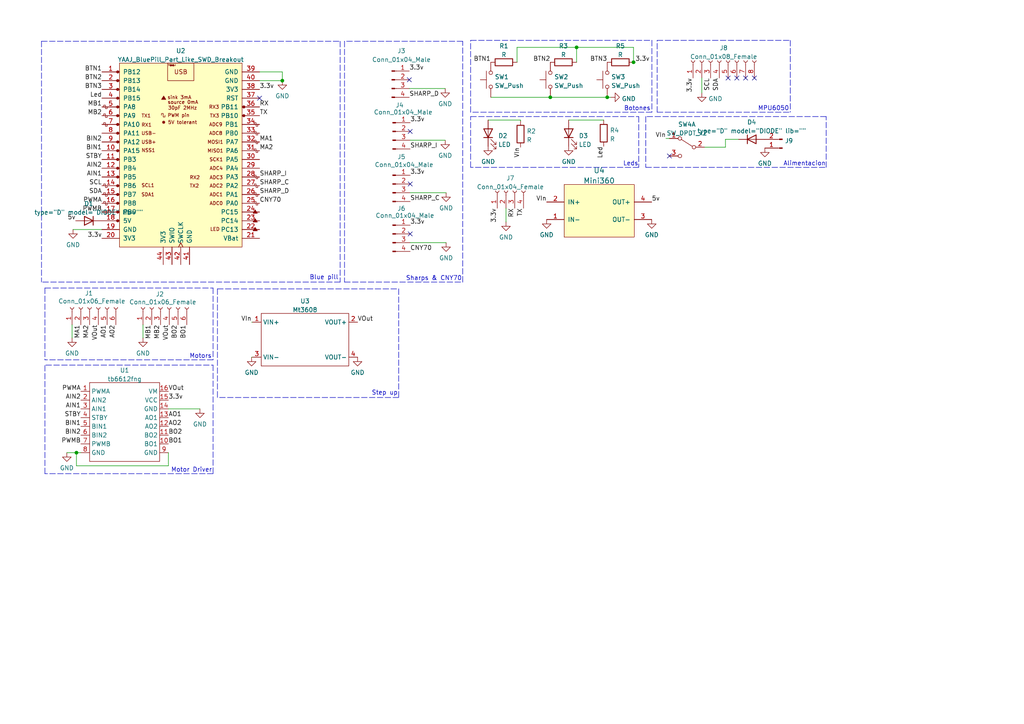
<source format=kicad_sch>
(kicad_sch (version 20211123) (generator eeschema)
  (paper "A4")
  (lib_symbols
    (symbol "Connector:Conn_01x02_Male" (pin_names (offset 1.016) hide)
      (property "Reference" "J" (at 0 2.54 0))
      (property "Value" "Conn_01x02_Male" (at 0 -5.08 0))
      (symbol "Conn_01x02_Male_1_1"
        (polyline (pts (xy 1.27 -2.54) (xy 0.8636 -2.54)) (stroke (width 0.1524)))
        (polyline (pts (xy 1.27 0) (xy 0.8636 0)) (stroke (width 0.1524)))
        (rectangle (start 0.8636 -2.413) (end 0 -2.667) (stroke (width 0.1524)) (fill (type outline)))
        (rectangle (start 0.8636 0.127) (end 0 -0.127) (stroke (width 0.1524)) (fill (type outline)))
        (pin passive line (at 5.08 0 180) (length 3.81) (name "Pin_1") (number "1"))
        (pin passive line (at 5.08 -2.54 180) (length 3.81) (name "Pin_2") (number "2"))
      )
    )
    (symbol "Connector:Conn_01x04_Female" (pin_names (offset 1.016) hide)
      (property "Reference" "J" (at 0 5.08 0))
      (property "Value" "Conn_01x04_Female" (at 0 -7.62 0))
      (symbol "Conn_01x04_Female_1_1"
        (arc (start 0 -4.572) (mid -0.508 -5.08) (end 0 -5.588) (stroke (width 0.1524)))
        (arc (start 0 -2.032) (mid -0.508 -2.54) (end 0 -3.048) (stroke (width 0.1524)))
        (polyline (pts (xy -1.27 -5.08) (xy -0.508 -5.08)) (stroke (width 0.1524)))
        (polyline (pts (xy -1.27 -2.54) (xy -0.508 -2.54)) (stroke (width 0.1524)))
        (polyline (pts (xy -1.27 0) (xy -0.508 0)) (stroke (width 0.1524)))
        (polyline (pts (xy -1.27 2.54) (xy -0.508 2.54)) (stroke (width 0.1524)))
        (arc (start 0 0.508) (mid -0.508 0) (end 0 -0.508) (stroke (width 0.1524)))
        (arc (start 0 3.048) (mid -0.508 2.54) (end 0 2.032) (stroke (width 0.1524)))
        (pin passive line (at -5.08 2.54 0) (length 3.81) (name "Pin_1") (number "1"))
        (pin passive line (at -5.08 0 0) (length 3.81) (name "Pin_2") (number "2"))
        (pin passive line (at -5.08 -2.54 0) (length 3.81) (name "Pin_3") (number "3"))
        (pin passive line (at -5.08 -5.08 0) (length 3.81) (name "Pin_4") (number "4"))
      )
    )
    (symbol "Connector:Conn_01x04_Male" (pin_names (offset 1.016) hide)
      (property "Reference" "J" (at 0 5.08 0))
      (property "Value" "Conn_01x04_Male" (at 0 -7.62 0))
      (symbol "Conn_01x04_Male_1_1"
        (polyline (pts (xy 1.27 -5.08) (xy 0.8636 -5.08)) (stroke (width 0.1524)))
        (polyline (pts (xy 1.27 -2.54) (xy 0.8636 -2.54)) (stroke (width 0.1524)))
        (polyline (pts (xy 1.27 0) (xy 0.8636 0)) (stroke (width 0.1524)))
        (polyline (pts (xy 1.27 2.54) (xy 0.8636 2.54)) (stroke (width 0.1524)))
        (rectangle (start 0.8636 -4.953) (end 0 -5.207) (stroke (width 0.1524)) (fill (type outline)))
        (rectangle (start 0.8636 -2.413) (end 0 -2.667) (stroke (width 0.1524)) (fill (type outline)))
        (rectangle (start 0.8636 0.127) (end 0 -0.127) (stroke (width 0.1524)) (fill (type outline)))
        (rectangle (start 0.8636 2.667) (end 0 2.413) (stroke (width 0.1524)) (fill (type outline)))
        (pin passive line (at 5.08 2.54 180) (length 3.81) (name "Pin_1") (number "1"))
        (pin passive line (at 5.08 0 180) (length 3.81) (name "Pin_2") (number "2"))
        (pin passive line (at 5.08 -2.54 180) (length 3.81) (name "Pin_3") (number "3"))
        (pin passive line (at 5.08 -5.08 180) (length 3.81) (name "Pin_4") (number "4"))
      )
    )
    (symbol "Connector:Conn_01x06_Female" (pin_names (offset 1.016) hide)
      (property "Reference" "J" (at 0 7.62 0))
      (property "Value" "Conn_01x06_Female" (at 0 -10.16 0))
      (symbol "Conn_01x06_Female_1_1"
        (arc (start 0 -7.112) (mid -0.508 -7.62) (end 0 -8.128) (stroke (width 0.1524)))
        (arc (start 0 -4.572) (mid -0.508 -5.08) (end 0 -5.588) (stroke (width 0.1524)))
        (arc (start 0 -2.032) (mid -0.508 -2.54) (end 0 -3.048) (stroke (width 0.1524)))
        (polyline (pts (xy -1.27 -7.62) (xy -0.508 -7.62)) (stroke (width 0.1524)))
        (polyline (pts (xy -1.27 -5.08) (xy -0.508 -5.08)) (stroke (width 0.1524)))
        (polyline (pts (xy -1.27 -2.54) (xy -0.508 -2.54)) (stroke (width 0.1524)))
        (polyline (pts (xy -1.27 0) (xy -0.508 0)) (stroke (width 0.1524)))
        (polyline (pts (xy -1.27 2.54) (xy -0.508 2.54)) (stroke (width 0.1524)))
        (polyline (pts (xy -1.27 5.08) (xy -0.508 5.08)) (stroke (width 0.1524)))
        (arc (start 0 0.508) (mid -0.508 0) (end 0 -0.508) (stroke (width 0.1524)))
        (arc (start 0 3.048) (mid -0.508 2.54) (end 0 2.032) (stroke (width 0.1524)))
        (arc (start 0 5.588) (mid -0.508 5.08) (end 0 4.572) (stroke (width 0.1524)))
        (pin passive line (at -5.08 5.08 0) (length 3.81) (name "Pin_1") (number "1"))
        (pin passive line (at -5.08 2.54 0) (length 3.81) (name "Pin_2") (number "2"))
        (pin passive line (at -5.08 0 0) (length 3.81) (name "Pin_3") (number "3"))
        (pin passive line (at -5.08 -2.54 0) (length 3.81) (name "Pin_4") (number "4"))
        (pin passive line (at -5.08 -5.08 0) (length 3.81) (name "Pin_5") (number "5"))
        (pin passive line (at -5.08 -7.62 0) (length 3.81) (name "Pin_6") (number "6"))
      )
    )
    (symbol "Connector:Conn_01x08_Female" (pin_names (offset 1.016) hide)
      (property "Reference" "J" (at 0 10.16 0))
      (property "Value" "Conn_01x08_Female" (at 0 -12.7 0))
      (symbol "Conn_01x08_Female_1_1"
        (arc (start 0 -9.652) (mid -0.508 -10.16) (end 0 -10.668) (stroke (width 0.1524)))
        (arc (start 0 -7.112) (mid -0.508 -7.62) (end 0 -8.128) (stroke (width 0.1524)))
        (arc (start 0 -4.572) (mid -0.508 -5.08) (end 0 -5.588) (stroke (width 0.1524)))
        (arc (start 0 -2.032) (mid -0.508 -2.54) (end 0 -3.048) (stroke (width 0.1524)))
        (polyline (pts (xy -1.27 -10.16) (xy -0.508 -10.16)) (stroke (width 0.1524)))
        (polyline (pts (xy -1.27 -7.62) (xy -0.508 -7.62)) (stroke (width 0.1524)))
        (polyline (pts (xy -1.27 -5.08) (xy -0.508 -5.08)) (stroke (width 0.1524)))
        (polyline (pts (xy -1.27 -2.54) (xy -0.508 -2.54)) (stroke (width 0.1524)))
        (polyline (pts (xy -1.27 0) (xy -0.508 0)) (stroke (width 0.1524)))
        (polyline (pts (xy -1.27 2.54) (xy -0.508 2.54)) (stroke (width 0.1524)))
        (polyline (pts (xy -1.27 5.08) (xy -0.508 5.08)) (stroke (width 0.1524)))
        (polyline (pts (xy -1.27 7.62) (xy -0.508 7.62)) (stroke (width 0.1524)))
        (arc (start 0 0.508) (mid -0.508 0) (end 0 -0.508) (stroke (width 0.1524)))
        (arc (start 0 3.048) (mid -0.508 2.54) (end 0 2.032) (stroke (width 0.1524)))
        (arc (start 0 5.588) (mid -0.508 5.08) (end 0 4.572) (stroke (width 0.1524)))
        (arc (start 0 8.128) (mid -0.508 7.62) (end 0 7.112) (stroke (width 0.1524)))
        (pin passive line (at -5.08 7.62 0) (length 3.81) (name "Pin_1") (number "1"))
        (pin passive line (at -5.08 5.08 0) (length 3.81) (name "Pin_2") (number "2"))
        (pin passive line (at -5.08 2.54 0) (length 3.81) (name "Pin_3") (number "3"))
        (pin passive line (at -5.08 0 0) (length 3.81) (name "Pin_4") (number "4"))
        (pin passive line (at -5.08 -2.54 0) (length 3.81) (name "Pin_5") (number "5"))
        (pin passive line (at -5.08 -5.08 0) (length 3.81) (name "Pin_6") (number "6"))
        (pin passive line (at -5.08 -7.62 0) (length 3.81) (name "Pin_7") (number "7"))
        (pin passive line (at -5.08 -10.16 0) (length 3.81) (name "Pin_8") (number "8"))
      )
    )
    (symbol "Device:LED" (pin_numbers hide) (pin_names (offset 1.016) hide)
      (property "Reference" "D" (at 0 2.54 0))
      (property "Value" "LED" (at 0 -2.54 0))
      (symbol "LED_0_1"
        (polyline (pts (xy -1.27 -1.27) (xy -1.27 1.27)) (stroke (width 0.254)))
        (polyline (pts (xy -1.27 0) (xy 1.27 0)))
        (polyline (pts (xy 1.27 -1.27) (xy 1.27 1.27) (xy -1.27 0) (xy 1.27 -1.27)) (stroke (width 0.254)))
        (polyline (pts (xy -3.048 -0.762) (xy -4.572 -2.286) (xy -3.81 -2.286) (xy -4.572 -2.286) (xy -4.572 -1.524)))
        (polyline (pts (xy -1.778 -0.762) (xy -3.302 -2.286) (xy -2.54 -2.286) (xy -3.302 -2.286) (xy -3.302 -1.524)))
      )
      (symbol "LED_1_1"
        (pin passive line (at -3.81 0 0) (length 2.54) (name "K") (number "1"))
        (pin passive line (at 3.81 0 180) (length 2.54) (name "A") (number "2"))
      )
    )
    (symbol "Device:R" (pin_numbers hide) (pin_names (offset 0))
      (property "Reference" "R" (at 2.032 0 90))
      (property "Value" "R" (at 0 0 90))
      (symbol "R_0_1"
        (rectangle (start -1.016 -2.54) (end 1.016 2.54) (stroke (width 0.254)))
      )
      (symbol "R_1_1"
        (pin passive line (at 0 3.81 270) (length 1.27) (name "~") (number "1"))
        (pin passive line (at 0 -3.81 90) (length 1.27) (name "~") (number "2"))
      )
    )
    (symbol "Simulation_SPICE:DIODE" (pin_numbers hide) (pin_names (offset 1.016) hide)
      (property "Reference" "D" (at 0 2.54 0))
      (property "Value" "DIODE" (at 0 -2.54 0))
      (symbol "DIODE_0_1"
        (polyline (pts (xy 1.27 0) (xy -1.27 0)))
        (polyline (pts (xy 1.27 1.27) (xy 1.27 -1.27)) (stroke (width 0.254)))
        (polyline (pts (xy -1.27 -1.27) (xy -1.27 1.27) (xy 1.27 0) (xy -1.27 -1.27)) (stroke (width 0.254)))
      )
      (symbol "DIODE_1_1"
        (pin passive line (at -3.81 0 0) (length 2.54) (name "A") (number "1"))
        (pin passive line (at 3.81 0 180) (length 2.54) (name "K") (number "2"))
      )
    )
    (symbol "Switch:SW_DPDT_x2" (pin_names (offset 0) hide)
      (property "Reference" "SW" (at 0 4.318 0))
      (property "Value" "SW_DPDT_x2" (at 0 -5.08 0))
      (symbol "SW_DPDT_x2_0_0"
        (circle (center -2.032 0) (radius 0.508))
        (circle (center 2.032 -2.54) (radius 0.508))
      )
      (symbol "SW_DPDT_x2_0_1"
        (polyline (pts (xy -1.524 0.254) (xy 1.651 2.286)))
        (circle (center 2.032 2.54) (radius 0.508))
      )
      (symbol "SW_DPDT_x2_1_1"
        (pin passive line (at 5.08 2.54 180) (length 2.54) (name "A") (number "1"))
        (pin passive line (at -5.08 0 0) (length 2.54) (name "B") (number "2"))
        (pin passive line (at 5.08 -2.54 180) (length 2.54) (name "C") (number "3"))
      )
      (symbol "SW_DPDT_x2_2_1"
        (pin passive line (at 5.08 2.54 180) (length 2.54) (name "A") (number "4"))
        (pin passive line (at -5.08 0 0) (length 2.54) (name "B") (number "5"))
        (pin passive line (at 5.08 -2.54 180) (length 2.54) (name "C") (number "6"))
      )
    )
    (symbol "Switch:SW_Push" (pin_numbers hide) (pin_names (offset 1.016) hide)
      (property "Reference" "SW" (at 1.27 2.54 0))
      (property "Value" "SW_Push" (at 0 -1.524 0))
      (symbol "SW_Push_0_1"
        (circle (center -2.032 0) (radius 0.508))
        (polyline (pts (xy 0 1.27) (xy 0 3.048)))
        (polyline (pts (xy 2.54 1.27) (xy -2.54 1.27)))
        (circle (center 2.032 0) (radius 0.508))
        (pin passive line (at -5.08 0 0) (length 2.54) (name "1") (number "1"))
        (pin passive line (at 5.08 0 180) (length 2.54) (name "2") (number "2"))
      )
    )
    (symbol "YAAJ_BluePill_Part_Like_SWD_Breakout:YAAJ_BluePill_Part_Like_SWD_Breakout" (pin_names (offset 1.016))
      (property "Reference" "U" (at -15.24 27.94 0))
      (property "Value" "YAAJ_BluePill_Part_Like_SWD_Breakout" (at 20.32 27.94 0))
      (symbol "YAAJ_BluePill_Part_Like_SWD_Breakout_0_0"
        (circle (center -18.288 -20.32) (radius 0.3556) (fill (type outline)))
        (circle (center -18.288 -17.78) (radius 0.3556) (fill (type outline)))
        (circle (center -18.288 -15.24) (radius 0.3556) (fill (type outline)))
        (circle (center -18.288 -12.7) (radius 0.3556) (fill (type outline)))
        (circle (center -18.288 -10.16) (radius 0.3556) (fill (type outline)))
        (circle (center -18.288 -7.62) (radius 0.3556) (fill (type outline)))
        (circle (center -18.288 -5.08) (radius 0.3556) (fill (type outline)))
        (circle (center -18.288 -2.54) (radius 0.3556) (fill (type outline)))
        (circle (center -18.288 0) (radius 0.3556) (fill (type outline)))
        (circle (center -18.288 2.54) (radius 0.3556) (fill (type outline)))
        (circle (center -18.288 5.08) (radius 0.3556) (fill (type outline)))
        (circle (center -18.288 7.62) (radius 0.3556) (fill (type outline)))
        (circle (center -18.288 10.16) (radius 0.3556) (fill (type outline)))
        (circle (center -18.288 12.7) (radius 0.3556) (fill (type outline)))
        (circle (center -18.288 15.24) (radius 0.3556) (fill (type outline)))
        (circle (center -18.288 17.78) (radius 0.3556) (fill (type outline)))
        (circle (center -18.288 22.86) (radius 0.3556) (fill (type outline)))
        (circle (center -4.953 8.255) (radius 0.127) (fill (type outline)))
        (circle (center -4.953 8.255) (radius 0.254))
        (circle (center -4.953 8.255) (radius 0.3556))
        (polyline (pts (xy -5.588 14.859) (xy -4.953 15.875) (xy -4.318 14.859) (xy -5.588 14.859) (xy -4.953 15.748) (xy -4.445 14.859) (xy -5.461 14.986) (xy -4.953 15.621) (xy -4.572 14.859) (xy -5.334 15.113) (xy -4.826 15.494) (xy -4.699 14.859) (xy -5.207 15.24) (xy -4.699 15.367) (xy -4.826 14.986) (xy -5.08 15.24) (xy -4.826 15.113) (xy -4.953 15.367)))
        (polyline (pts (xy 20.955 -23.241) (xy 21.59 -22.225) (xy 22.225 -23.241) (xy 20.955 -23.241) (xy 21.59 -22.352) (xy 22.098 -23.241) (xy 21.082 -23.114) (xy 21.59 -22.479) (xy 21.971 -23.241) (xy 21.209 -22.987) (xy 21.717 -22.606) (xy 21.844 -23.241) (xy 21.336 -22.86) (xy 21.844 -22.733) (xy 21.717 -23.114) (xy 21.463 -22.86) (xy 21.717 -22.987) (xy 21.59 -22.733)))
        (polyline (pts (xy 20.955 -20.701) (xy 21.59 -19.685) (xy 22.225 -20.701) (xy 20.955 -20.701) (xy 21.59 -19.812) (xy 22.098 -20.701) (xy 21.082 -20.574) (xy 21.59 -19.939) (xy 21.971 -20.701) (xy 21.209 -20.447) (xy 21.717 -20.066) (xy 21.844 -20.701) (xy 21.336 -20.32) (xy 21.844 -20.193) (xy 21.717 -20.574) (xy 21.463 -20.32) (xy 21.717 -20.447) (xy 21.59 -20.193)))
        (polyline (pts (xy 20.955 -18.161) (xy 21.59 -17.145) (xy 22.225 -18.161) (xy 20.955 -18.161) (xy 21.59 -17.272) (xy 22.098 -18.161) (xy 21.082 -18.034) (xy 21.59 -17.399) (xy 21.971 -18.161) (xy 21.209 -17.907) (xy 21.717 -17.526) (xy 21.844 -18.161) (xy 21.336 -17.78) (xy 21.844 -17.653) (xy 21.717 -18.034) (xy 21.463 -17.78) (xy 21.717 -17.907) (xy 21.59 -17.653)))
        (circle (center 18.288 10.16) (radius 0.254) (fill (type outline)))
        (circle (center 18.288 10.16) (radius 0.3556))
        (circle (center 18.288 12.7) (radius 0.254) (fill (type outline)))
        (circle (center 18.288 12.7) (radius 0.3556))
        (text "30pF 2MHz" (at 0.508 12.446 0) (effects (font (size 0.9906 0.9906))))
        (text "5V tolerant" (at 0.508 8.255 0) (effects (font (size 0.9906 0.9906))))
        (text "ADC0" (at 10.287 -15.24 0) (effects (font (size 0.9906 0.9906))))
        (text "ADC1" (at 10.287 -12.7 0) (effects (font (size 0.9906 0.9906))))
        (text "ADC2" (at 10.287 -10.16 0) (effects (font (size 0.9906 0.9906))))
        (text "ADC3" (at 10.287 -7.747 0) (effects (font (size 0.9906 0.9906))))
        (text "ADC4" (at 10.287 -5.08 0) (effects (font (size 0.9906 0.9906))))
        (text "ADC8" (at 10.16 5.08 0) (effects (font (size 0.9906 0.9906))))
        (text "ADC9" (at 10.16 7.62 0) (effects (font (size 0.9906 0.9906))))
        (text "LED" (at 9.906 -22.733 0) (effects (font (size 0.9906 0.9906))))
        (text "MISO1" (at 10.033 0 0) (effects (font (size 0.9906 0.9906))))
        (text "MOSI1" (at 10.033 2.54 0) (effects (font (size 0.9906 0.9906))))
        (text "NSS1" (at -9.398 0.127 0) (effects (font (size 0.9906 0.9906))))
        (text "PWM pin" (at -0.635 10.287 0) (effects (font (size 0.9906 0.9906))))
        (text "RX1" (at -9.906 7.493 0) (effects (font (size 0.9906 0.9906))))
        (text "RX2" (at 4.064 -7.747 0) (effects (font (size 0.9906 0.9906))))
        (text "RX3" (at 9.652 12.7 0) (effects (font (size 0.9906 0.9906))))
        (text "SCK1" (at 10.287 -2.54 0) (effects (font (size 0.9906 0.9906))))
        (text "SCL1" (at -9.525 -10.033 0) (effects (font (size 0.9906 0.9906))))
        (text "SDA1" (at -9.525 -12.7 0) (effects (font (size 0.9906 0.9906))))
        (text "sink 3mA" (at -0.381 15.494 0) (effects (font (size 0.9906 0.9906))))
        (text "source 0mA" (at 0.635 14.097 0) (effects (font (size 0.9906 0.9906))))
        (text "TX1" (at -10.033 10.16 0) (effects (font (size 0.9906 0.9906))))
        (text "TX2" (at 3.937 -10.16 0) (effects (font (size 0.9906 0.9906))))
        (text "TX3" (at 9.779 10.16 0) (effects (font (size 0.9906 0.9906))))
        (text "USB" (at 0 22.86 0) (effects (font (size 1.27 1.27))))
        (text "USB+" (at -9.271 2.54 0) (effects (font (size 0.9906 0.9906))))
        (text "USB-" (at -9.271 5.08 0) (effects (font (size 0.9906 0.9906))))
        (text "Y@@J" (at -2.5654 24.8412 0) (effects (font (size 0.508 0.508))))
      )
      (symbol "YAAJ_BluePill_Part_Like_SWD_Breakout_0_1"
        (rectangle (start -17.78 25.4) (end 17.78 -27.94) (fill (type background)))
        (polyline (pts (xy -21.336 -17.78) (xy -21.336 -18.288) (xy -21.844 -18.288) (xy -21.844 -17.272) (xy -22.352 -17.272) (xy -22.352 -17.78)))
        (polyline (pts (xy -21.336 -15.24) (xy -21.336 -15.748) (xy -21.844 -15.748) (xy -21.844 -14.732) (xy -22.352 -14.732) (xy -22.352 -15.24)))
        (polyline (pts (xy -21.336 -12.7) (xy -21.336 -13.208) (xy -21.844 -13.208) (xy -21.844 -12.192) (xy -22.352 -12.192) (xy -22.352 -12.7)))
        (polyline (pts (xy -21.336 -10.16) (xy -21.336 -10.668) (xy -21.844 -10.668) (xy -21.844 -9.652) (xy -22.352 -9.652) (xy -22.352 -10.16)))
        (polyline (pts (xy -21.336 7.62) (xy -21.336 7.112) (xy -21.844 7.112) (xy -21.844 8.128) (xy -22.352 8.128) (xy -22.352 7.62)))
        (polyline (pts (xy -21.336 10.16) (xy -21.336 9.652) (xy -21.844 9.652) (xy -21.844 10.668) (xy -22.352 10.668) (xy -22.352 10.16)))
        (polyline (pts (xy -21.336 12.7) (xy -21.336 12.192) (xy -21.844 12.192) (xy -21.844 13.208) (xy -22.352 13.208) (xy -22.352 12.7)))
        (polyline (pts (xy -4.572 10.287) (xy -4.572 9.779) (xy -5.08 9.779) (xy -5.08 10.795) (xy -5.588 10.795) (xy -5.588 10.287)))
        (polyline (pts (xy 22.352 -15.24) (xy 22.352 -15.748) (xy 21.844 -15.748) (xy 21.844 -14.732) (xy 21.336 -14.732) (xy 21.336 -15.24)))
        (polyline (pts (xy 22.352 -12.7) (xy 22.352 -13.208) (xy 21.844 -13.208) (xy 21.844 -12.192) (xy 21.336 -12.192) (xy 21.336 -12.7)))
        (polyline (pts (xy 22.352 -10.16) (xy 22.352 -10.668) (xy 21.844 -10.668) (xy 21.844 -9.652) (xy 21.336 -9.652) (xy 21.336 -10.16)))
        (polyline (pts (xy 22.352 -7.62) (xy 22.352 -8.128) (xy 21.844 -8.128) (xy 21.844 -7.112) (xy 21.336 -7.112) (xy 21.336 -7.62)))
        (polyline (pts (xy 22.352 0) (xy 22.352 -0.508) (xy 21.844 -0.508) (xy 21.844 0.508) (xy 21.336 0.508) (xy 21.336 0)))
        (polyline (pts (xy 22.352 2.54) (xy 22.352 2.032) (xy 21.844 2.032) (xy 21.844 3.048) (xy 21.336 3.048) (xy 21.336 2.54)))
        (polyline (pts (xy 22.352 5.08) (xy 22.352 4.572) (xy 21.844 4.572) (xy 21.844 5.588) (xy 21.336 5.588) (xy 21.336 5.08)))
        (polyline (pts (xy 22.352 7.62) (xy 22.352 7.112) (xy 21.844 7.112) (xy 21.844 8.128) (xy 21.336 8.128) (xy 21.336 7.62)))
        (rectangle (start 3.81 25.4) (end -3.81 20.32))
      )
      (symbol "YAAJ_BluePill_Part_Like_SWD_Breakout_1_1"
        (circle (center -18.288 20.32) (radius 0.3556) (fill (type outline)))
        (pin bidirectional line (at -22.86 22.86 0) (length 5.08) (name "PB12") (number "1"))
        (pin bidirectional line (at -22.86 0 0) (length 5.08) (name "PA15") (number "10"))
        (pin bidirectional line (at -22.86 -2.54 0) (length 5.08) (name "PB3") (number "11"))
        (pin bidirectional line (at -22.86 -5.08 0) (length 5.08) (name "PB4") (number "12"))
        (pin bidirectional line (at -22.86 -7.62 0) (length 5.08) (name "PB5") (number "13"))
        (pin bidirectional line (at -22.86 -10.16 0) (length 5.08) (name "PB6") (number "14"))
        (pin bidirectional line (at -22.86 -12.7 0) (length 5.08) (name "PB7") (number "15"))
        (pin bidirectional line (at -22.86 -15.24 0) (length 5.08) (name "PB8") (number "16"))
        (pin bidirectional line (at -22.86 -17.78 0) (length 5.08) (name "PB9") (number "17"))
        (pin power_in line (at -22.86 -20.32 0) (length 5.08) (name "5V") (number "18"))
        (pin power_in line (at -22.86 -22.86 0) (length 5.08) (name "GND") (number "19"))
        (pin bidirectional line (at -22.86 20.32 0) (length 5.08) (name "PB13") (number "2"))
        (pin power_in line (at -22.86 -25.4 0) (length 5.08) (name "3V3") (number "20"))
        (pin power_in line (at 22.86 -25.4 180) (length 5.08) (name "VBat") (number "21"))
        (pin bidirectional line (at 22.86 -22.86 180) (length 5.08) (name "PC13") (number "22"))
        (pin bidirectional line (at 22.86 -20.32 180) (length 5.08) (name "PC14") (number "23"))
        (pin bidirectional line (at 22.86 -17.78 180) (length 5.08) (name "PC15") (number "24"))
        (pin bidirectional line (at 22.86 -15.24 180) (length 5.08) (name "PA0") (number "25"))
        (pin bidirectional line (at 22.86 -12.7 180) (length 5.08) (name "PA1") (number "26"))
        (pin bidirectional line (at 22.86 -10.16 180) (length 5.08) (name "PA2") (number "27"))
        (pin bidirectional line (at 22.86 -7.62 180) (length 5.08) (name "PA3") (number "28"))
        (pin bidirectional line (at 22.86 -5.08 180) (length 5.08) (name "PA4") (number "29"))
        (pin bidirectional line (at -22.86 17.78 0) (length 5.08) (name "PB14") (number "3"))
        (pin bidirectional line (at 22.86 -2.54 180) (length 5.08) (name "PA5") (number "30"))
        (pin bidirectional line (at 22.86 0 180) (length 5.08) (name "PA6") (number "31"))
        (pin bidirectional line (at 22.86 2.54 180) (length 5.08) (name "PA7") (number "32"))
        (pin bidirectional line (at 22.86 5.08 180) (length 5.08) (name "PB0") (number "33"))
        (pin bidirectional line (at 22.86 7.62 180) (length 5.08) (name "PB1") (number "34"))
        (pin bidirectional line (at 22.86 10.16 180) (length 5.08) (name "PB10") (number "35"))
        (pin bidirectional line (at 22.86 12.7 180) (length 5.08) (name "PB11") (number "36"))
        (pin input line (at 22.86 15.24 180) (length 5.08) (name "RST") (number "37"))
        (pin power_in line (at 22.86 17.78 180) (length 5.08) (name "3V3") (number "38"))
        (pin power_in line (at 22.86 22.86 180) (length 5.08) (name "GND") (number "39"))
        (pin bidirectional line (at -22.86 15.24 0) (length 5.08) (name "PB15") (number "4"))
        (pin power_in line (at 22.86 20.32 180) (length 5.08) (name "GND") (number "40"))
        (pin power_in line (at 2.54 -33.02 90) (length 5.08) (name "GND") (number "41"))
        (pin bidirectional clock (at 0 -33.02 90) (length 5.08) (name "SWCLK") (number "42"))
        (pin bidirectional line (at -2.54 -33.02 90) (length 5.08) (name "SWIO") (number "43"))
        (pin power_in line (at -5.08 -33.02 90) (length 5.08) (name "3V3") (number "44"))
        (pin bidirectional line (at -22.86 12.7 0) (length 5.08) (name "PA8") (number "5"))
        (pin bidirectional line (at -22.86 10.16 0) (length 5.08) (name "PA9") (number "6"))
        (pin bidirectional line (at -22.86 7.62 0) (length 5.08) (name "PA10") (number "7"))
        (pin bidirectional line (at -22.86 5.08 0) (length 5.08) (name "PA11") (number "8"))
        (pin bidirectional line (at -22.86 2.54 0) (length 5.08) (name "PA12") (number "9"))
      )
    )
    (symbol "mini360:Mini360" (pin_names (offset 1.016))
      (property "Reference" "U" (at 0 -5.08 0))
      (property "Value" "Mini360" (at 0 5.08 0))
      (symbol "Mini360_0_1"
        (rectangle (start -10.16 7.62) (end 10.16 -7.62) (fill (type background)))
      )
      (symbol "Mini360_1_1"
        (pin power_in line (at -15.24 -2.54 0) (length 5.08) (name "IN-") (number "1"))
        (pin power_in line (at -15.24 2.54 0) (length 5.08) (name "IN+") (number "2"))
        (pin power_out line (at 15.24 -2.54 180) (length 5.08) (name "OUT-") (number "3"))
        (pin power_out line (at 15.24 2.54 180) (length 5.08) (name "OUT+") (number "4"))
      )
    )
    (symbol "power:GND" (power) (pin_names (offset 0))
      (property "Value" "GND" (at 0 -3.81 0))
      (symbol "GND_0_1"
        (polyline (pts (xy 0 0) (xy 0 -1.27) (xy 1.27 -1.27) (xy 0 -2.54) (xy -1.27 -1.27) (xy 0 -1.27)))
      )
      (symbol "GND_1_1"
        (pin power_in line (at 0 0 270) (length 0) hide (name "GND") (number "1"))
      )
    )
    (symbol "propios:Mt3608"
      (property "Reference" "U" (at 0 0 0))
      (property "Value" "Mt3608" (at 0 0 0))
      (symbol "Mt3608_0_1"
        (rectangle (start -12.7 -2.54) (end 12.7 -17.78))
      )
      (symbol "Mt3608_1_1"
        (pin input line (at -15.24 -5.08 0) (length 2.54) (name "VIN+") (number "1"))
        (pin input line (at 15.24 -5.08 180) (length 2.54) (name "VOUT+") (number "2"))
        (pin input line (at -15.24 -15.24 0) (length 2.54) (name "VIN-") (number "3"))
        (pin input line (at 15.24 -15.24 180) (length 2.54) (name "VOUT-") (number "4"))
      )
    )
    (symbol "propios:tb6612fng"
      (property "Reference" "U" (at 0 0 0))
      (property "Value" "tb6612fng" (at 0 0 0))
      (symbol "tb6612fng_0_1"
        (rectangle (start -10.16 -2.54) (end 10.16 -25.4))
      )
      (symbol "tb6612fng_1_1"
        (pin input line (at -12.7 -5.08 0) (length 2.54) (name "PWMA") (number "1"))
        (pin input line (at 12.7 -20.32 180) (length 2.54) (name "BO1") (number "10"))
        (pin input line (at 12.7 -17.78 180) (length 2.54) (name "BO2") (number "11"))
        (pin input line (at 12.7 -15.24 180) (length 2.54) (name "AO2") (number "12"))
        (pin input line (at 12.7 -12.7 180) (length 2.54) (name "AO1") (number "13"))
        (pin input line (at 12.7 -10.16 180) (length 2.54) (name "GND") (number "14"))
        (pin input line (at 12.7 -7.62 180) (length 2.54) (name "VCC") (number "15"))
        (pin input line (at 12.7 -5.08 180) (length 2.54) (name "VM") (number "16"))
        (pin input line (at -12.7 -7.62 0) (length 2.54) (name "AIN2") (number "2"))
        (pin input line (at -12.7 -10.16 0) (length 2.54) (name "AIN1") (number "3"))
        (pin input line (at -12.7 -12.7 0) (length 2.54) (name "STBY") (number "4"))
        (pin input line (at -12.7 -15.24 0) (length 2.54) (name "BIN1") (number "5"))
        (pin input line (at -12.7 -17.78 0) (length 2.54) (name "BIN2") (number "6"))
        (pin input line (at -12.7 -20.32 0) (length 2.54) (name "PWMB") (number "7"))
        (pin input line (at -12.7 -22.86 0) (length 2.54) (name "GND") (number "8"))
        (pin input line (at 12.7 -22.86 180) (length 2.54) (name "GND") (number "9"))
      )
    )
  )
  (junction (at 159.6136 28.2194))
  (junction (at 22.1742 131.2926))
  (junction (at 176.1236 28.2194))
  (junction (at 167.2336 13.7414))
  (junction (at 81.8896 23.3934))
  (junction (at 183.7436 18.0594))
  (no_connect (at 213.7156 22.6314))
  (no_connect (at 211.1756 22.6314))
  (no_connect (at 118.7196 23.1394))
  (no_connect (at 75.2856 28.4734))
  (no_connect (at 118.9736 53.3654))
  (no_connect (at 216.2556 22.6314))
  (no_connect (at 218.7956 22.6314))
  (no_connect (at 118.9736 67.8434))
  (no_connect (at 118.9736 38.1254))
  (no_connect (at 194.1576 45.2374))
  (wire (pts (xy 75.2856 20.8534) (xy 81.8896 20.8534)))
  (wire (pts (xy 41.4782 98.0186) (xy 41.4782 94.2086)))
  (wire (pts (xy 150.9776 34.8234) (xy 150.9776 35.0774)))
  (wire (pts (xy 193.1416 40.1574) (xy 194.1576 40.1574)))
  (polyline (pts (xy 61.7982 105.8926) (xy 61.7982 137.3886)))
  (wire (pts (xy 129.3876 55.9054) (xy 118.9736 55.9054)))
  (polyline (pts (xy 189.0776 32.5374) (xy 136.4996 32.5374)))
  (polyline (pts (xy 115.6462 115.2906) (xy 63.0682 115.2906)))
  (polyline (pts (xy 13.0302 137.3886) (xy 13.0302 105.8926)))
  (polyline (pts (xy 187.2996 33.8074) (xy 187.2996 33.8074)))
  (polyline (pts (xy 136.4996 48.5394) (xy 136.4996 33.8074)))
  (polyline (pts (xy 13.0302 83.5406) (xy 61.7982 83.5406)))
  (polyline (pts (xy 63.0682 83.7946) (xy 115.6462 83.7946)))
  (polyline (pts (xy 12.0396 11.9634) (xy 98.6536 11.9634)))
  (polyline (pts (xy 99.9236 11.9634) (xy 99.9236 81.8134)))
  (wire (pts (xy 22.1742 135.1026) (xy 22.1742 131.2926)))
  (wire (pts (xy 20.9042 98.0186) (xy 20.9042 94.2086)))
  (polyline (pts (xy 190.6016 32.5374) (xy 190.6016 11.7094)))
  (polyline (pts (xy 13.2842 105.8926) (xy 61.7982 105.8926)))
  (wire (pts (xy 184.2516 18.0594) (xy 183.7436 18.0594)))
  (wire (pts (xy 167.2336 13.7414) (xy 183.7436 13.7414)))
  (wire (pts (xy 129.1336 40.6654) (xy 118.9736 40.6654)))
  (polyline (pts (xy 229.2096 11.7094) (xy 229.2096 32.5374)))
  (polyline (pts (xy 99.9236 81.8134) (xy 134.2136 81.8134)))
  (wire (pts (xy 176.1236 28.2194) (xy 177.1396 28.2194)))
  (wire (pts (xy 210.4136 42.6974) (xy 204.3176 42.6974)))
  (polyline (pts (xy 187.2996 33.8074) (xy 187.2996 48.5394)))
  (polyline (pts (xy 98.6536 11.9634) (xy 98.6536 81.8134)))
  (wire (pts (xy 210.4136 40.4114) (xy 210.4136 42.6974)))
  (wire (pts (xy 48.8442 135.1026) (xy 22.1742 135.1026)))
  (wire (pts (xy 214.2236 40.4114) (xy 210.4136 40.4114)))
  (polyline (pts (xy 190.6016 32.5374) (xy 229.2096 32.5374)))
  (wire (pts (xy 72.9742 103.6066) (xy 73.2282 103.6066)))
  (polyline (pts (xy 134.2136 81.8134) (xy 134.2136 11.9634)))
  (wire (pts (xy 146.7612 64.3636) (xy 146.7612 60.4012)))
  (polyline (pts (xy 61.7982 104.3686) (xy 13.0302 104.3686)))
  (wire (pts (xy 159.6136 28.2194) (xy 176.1236 28.2194)))
  (polyline (pts (xy 61.7982 137.3886) (xy 13.0302 137.3886)))
  (polyline (pts (xy 185.2676 48.5394) (xy 136.4996 48.5394)))
  (polyline (pts (xy 187.2996 48.5394) (xy 239.6236 48.5394)))
  (polyline (pts (xy 189.0776 11.7094) (xy 189.0776 32.5374)))
  (wire (pts (xy 57.9882 118.5926) (xy 48.8442 118.5926)))
  (wire (pts (xy 149.9616 13.7414) (xy 167.2336 13.7414)))
  (polyline (pts (xy 98.6536 81.8134) (xy 12.0396 81.8134)))
  (polyline (pts (xy 115.6462 83.7946) (xy 115.6462 115.2906)))
  (wire (pts (xy 22.1742 131.2926) (xy 23.4442 131.2926)))
  (wire (pts (xy 75.2856 23.3934) (xy 81.8896 23.3934)))
  (wire (pts (xy 72.9742 93.4466) (xy 73.2282 93.4466)))
  (polyline (pts (xy 136.4996 32.5374) (xy 136.4996 11.7094)))
  (polyline (pts (xy 136.4996 11.7094) (xy 189.0776 11.7094)))
  (polyline (pts (xy 239.6236 48.5394) (xy 239.6236 33.8074)))
  (wire (pts (xy 129.3876 70.3834) (xy 118.9736 70.3834)))
  (wire (pts (xy 29.5656 66.5734) (xy 21.1836 66.5734)))
  (wire (pts (xy 149.9616 18.0594) (xy 149.9616 13.7414)))
  (wire (pts (xy 167.2336 18.0594) (xy 167.2336 13.7414)))
  (wire (pts (xy 48.8442 131.2926) (xy 48.8442 135.1026)))
  (wire (pts (xy 129.1336 25.6794) (xy 118.7196 25.6794)))
  (wire (pts (xy 142.3416 28.2194) (xy 159.6136 28.2194)))
  (wire (pts (xy 183.7436 13.7414) (xy 183.7436 18.0594)))
  (polyline (pts (xy 239.6236 33.8074) (xy 187.2996 33.8074)))
  (polyline (pts (xy 185.2676 33.8074) (xy 185.2676 48.5394)))
  (wire (pts (xy 164.9476 34.8234) (xy 175.1076 34.8234)))
  (polyline (pts (xy 63.0682 83.7946) (xy 63.0682 115.2906)))
  (wire (pts (xy 81.8896 20.8534) (xy 81.8896 23.3934)))
  (polyline (pts (xy 190.6016 11.7094) (xy 229.2096 11.7094)))
  (wire (pts (xy 203.5556 26.9494) (xy 203.5556 22.6314)))
  (polyline (pts (xy 61.7982 83.5406) (xy 61.7982 104.3686)))
  (polyline (pts (xy 134.2136 11.9634) (xy 99.9236 11.9634)))
  (polyline (pts (xy 13.0302 83.5406) (xy 13.0302 104.3686)))
  (wire (pts (xy 19.3802 131.2926) (xy 22.1742 131.2926)))
  (polyline (pts (xy 136.4996 33.8074) (xy 185.2676 33.8074)))
  (wire (pts (xy 141.5796 34.8234) (xy 150.9776 34.8234)))
  (polyline (pts (xy 12.0396 11.9634) (xy 12.0396 81.8134)))
  (text "Botones\n" (at 180.9496 32.2834 0) (effects (font (size 1.27 1.27)) (justify left bottom)))
  (text "Leds" (at 180.6956 48.2854 0) (effects (font (size 1.27 1.27)) (justify left bottom)))
  (text "Motors\n" (at 54.9402 104.1146 0) (effects (font (size 1.27 1.27)) (justify left bottom)))
  (text "Sharps & CNY70" (at 117.7036 81.5594 0) (effects (font (size 1.27 1.27)) (justify left bottom)))
  (text "Blue pill\n" (at 89.7636 81.3054 0) (effects (font (size 1.27 1.27)) (justify left bottom)))
  (text "Step up\n" (at 107.7722 114.7826 0) (effects (font (size 1.27 1.27)) (justify left bottom)))
  (text "Motor Driver\n" (at 49.6062 137.1346 0) (effects (font (size 1.27 1.27)) (justify left bottom)))
  (text "Alimentacion\n" (at 227.1776 48.2854 0) (effects (font (size 1.27 1.27)) (justify left bottom)))
  (text "MPU6050\n" (at 219.8116 32.2834 0) (effects (font (size 1.27 1.27)) (justify left bottom)))
  (label "BIN1" (at 23.4442 123.6726 180))
  (label "MA1" (at 75.2856 41.1734 0))
  (label "BTN2" (at 29.5656 23.3934 180))
  (label "MB2" (at 46.5582 94.2086 270))
  (label "PWMB" (at 29.5656 61.4934 180))
  (label "BTN2" (at 159.6136 18.0594 180))
  (label "TX" (at 151.8412 60.4012 270))
  (label "PWMA" (at 29.5656 58.9534 180))
  (label "BO2" (at 51.6382 94.2086 270))
  (label "3.3v" (at 118.7196 20.5994 0))
  (label "5v" (at 21.9456 64.0334 180))
  (label "AO1" (at 31.0642 94.2086 270))
  (label "PWMA" (at 23.4442 113.5126 180))
  (label "STBY" (at 29.5656 46.2534 180))
  (label "3.3v" (at 201.0156 22.6314 270))
  (label "PWMB" (at 23.4442 128.7526 180))
  (label "MA2" (at 75.2856 43.7134 0))
  (label "BO2" (at 48.8442 126.2126 0))
  (label "MA1" (at 23.4442 94.2086 270))
  (label "SHARP_C" (at 75.2856 53.8734 0))
  (label "SDA" (at 208.6356 22.6314 270))
  (label "SHARP_D" (at 75.2856 56.4134 0))
  (label "MB1" (at 44.0182 94.2086 270))
  (label "VIn" (at 150.9776 42.6974 270))
  (label "3.3v" (at 118.9736 50.8254 0))
  (label "BO1" (at 54.1782 94.2086 270))
  (label "BTN3" (at 176.1236 18.0594 180))
  (label "BTN1" (at 29.5656 20.8534 180))
  (label "3.3v" (at 184.2516 18.0594 0))
  (label "3.3v" (at 144.2212 60.4012 270))
  (label "SHARP_I" (at 75.2856 51.3334 0))
  (label "MB2" (at 29.5656 33.5534 180))
  (label "BIN1" (at 29.5656 43.7134 180))
  (label "SHARP_I" (at 118.9736 43.2054 0))
  (label "VIn" (at 158.5468 58.5978 180))
  (label "3.3v" (at 118.9736 65.3034 0))
  (label "3.3v" (at 75.2856 25.9334 0))
  (label "SCL" (at 29.5656 53.8734 180))
  (label "MA2" (at 25.9842 94.2086 270))
  (label "SCL" (at 206.0956 22.6314 270))
  (label "3.3v" (at 29.5656 69.1134 180))
  (label "Led" (at 175.1076 42.4434 270))
  (label "3.3v" (at 118.9736 35.5854 0))
  (label "AIN2" (at 23.4442 116.0526 180))
  (label "VOut" (at 103.7082 93.4466 0))
  (label "5v" (at 189.0268 58.5978 0))
  (label "BIN2" (at 23.4442 126.2126 180))
  (label "CNY70" (at 75.2856 58.9534 0))
  (label "RX" (at 149.3012 60.4012 270))
  (label "RX" (at 75.2856 31.0134 0))
  (label "VIn" (at 72.9742 93.4466 180))
  (label "AIN2" (at 29.5656 48.7934 180))
  (label "VOut" (at 48.8442 113.5126 0))
  (label "3.3v" (at 48.8442 116.0526 0))
  (label "Led" (at 29.5656 28.4734 180))
  (label "VOut" (at 28.5242 94.2086 270))
  (label "AIN1" (at 29.5656 51.3334 180))
  (label "AO2" (at 48.8442 123.6726 0))
  (label "VOut" (at 49.0982 94.2086 270))
  (label "SHARP_C" (at 118.9736 58.4454 0))
  (label "AO1" (at 48.8442 121.1326 0))
  (label "BTN1" (at 142.3416 18.0594 180))
  (label "TX" (at 75.2856 33.5534 0))
  (label "BIN2" (at 29.5656 41.1734 180))
  (label "STBY" (at 23.4442 121.1326 180))
  (label "SHARP_D" (at 118.7196 28.2194 0))
  (label "MB1" (at 29.5656 31.0134 180))
  (label "BTN3" (at 29.5656 25.9334 180))
  (label "AIN1" (at 23.4442 118.5926 180))
  (label "VIn" (at 193.1416 40.1574 180))
  (label "AO2" (at 33.6042 94.2086 270))
  (label "BO1" (at 48.8442 128.7526 0))
  (label "SDA" (at 29.5656 56.4134 180))
  (label "CNY70" (at 118.9736 72.9234 0))
  (symbol (lib_id "mini360:Mini360") (at 173.7868 61.1378 0) (unit 1)
    (property "Reference" "U4" (at 173.7868 49.4337 0) (effects (font (size 1.524 1.524))))
    (property "Value" "Mini360" (at 173.7868 52.4271 0) (effects (font (size 1.524 1.524))))
    (property "Footprint" "Mini360_step-down:Mini360_step-down" (effects hide))
  )
  (symbol (lib_id "Device:R") (at 163.4236 18.0594 270) (unit 1)
    (property "Reference" "R3" (at 163.4236 13.3436 90))
    (property "Value" "R" (at 163.4236 15.8805 90))
    (property "Footprint" "Resistor_THT:R_Axial_DIN0207_L6.3mm_D2.5mm_P10.16mm_Horizontal" (effects hide))
  )
  (symbol (lib_id "power:GND") (at 21.1836 66.5734 0) (unit 1)
    (property "Reference" "#PWR03" (effects hide))
    (property "Value" "GND" (at 21.1836 71.0168 0))
  )
  (symbol (lib_id "Connector:Conn_01x08_Female") (at 208.6356 17.5514 90) (unit 1)
    (property "Reference" "J8" (at 209.9056 13.9024 90))
    (property "Value" "Conn_01x08_Female" (at 209.9056 16.4393 90))
    (property "Footprint" "Connector_PinSocket_2.54mm:PinSocket_1x08_P2.54mm_Vertical" (effects hide))
  )
  (symbol (lib_id "Device:LED") (at 141.5796 38.6334 90) (unit 1)
    (property "Reference" "D2" (at 144.5006 39.3862 90) (effects (justify right)))
    (property "Value" "LED" (at 144.5006 41.9231 90) (effects (justify right)))
    (property "Footprint" "LED_THT:LED_D3.0mm" (effects hide))
  )
  (symbol (lib_id "Simulation_SPICE:DIODE") (at 25.7556 64.0334 0) (unit 1)
    (property "Reference" "D1" (at 25.7556 59.0636 0))
    (property "Value" "DIODE" (at 25.7556 61.6005 0))
    (property "Footprint" "Diode_THT:D_5W_P12.70mm_Horizontal" (effects hide))
    (property "Spice_Netlist_Enabled" "Y" (effects hide))
    (property "Spice_Primitive" "D" (effects hide))
  )
  (symbol (lib_id "Device:R") (at 146.1516 18.0594 90) (unit 1)
    (property "Reference" "R1" (at 146.1516 13.3436 90))
    (property "Value" "R" (at 146.1516 15.8805 90))
    (property "Footprint" "Resistor_THT:R_Axial_DIN0207_L6.3mm_D2.5mm_P10.16mm_Horizontal" (effects hide))
  )
  (symbol (lib_id "power:GND") (at 103.7082 103.6066 0) (unit 1)
    (property "Reference" "#PWR08" (effects hide))
    (property "Value" "GND" (at 103.7082 108.05 0))
  )
  (symbol (lib_id "Switch:SW_Push") (at 176.1236 23.1394 90) (unit 1)
    (property "Reference" "SW3" (at 177.2666 22.3047 90) (effects (justify right)))
    (property "Value" "SW_Push" (at 177.2666 24.8416 90) (effects (justify right)))
    (property "Footprint" "Button_Switch_THT:SW_PUSH_6mm" (effects hide))
  )
  (symbol (lib_id "Device:LED") (at 164.9476 38.6334 90) (unit 1)
    (property "Reference" "D3" (at 167.8686 39.3862 90) (effects (justify right)))
    (property "Value" "LED" (at 167.8686 41.9231 90) (effects (justify right)))
    (property "Footprint" "LED_THT:LED_D3.0mm" (effects hide))
  )
  (symbol (lib_id "power:GND") (at 129.1336 40.6654 0) (unit 1)
    (property "Reference" "#PWR010" (effects hide))
    (property "Value" "GND" (at 129.1336 45.1088 0))
  )
  (symbol (lib_id "power:GND") (at 146.7612 64.3636 0) (unit 1)
    (property "Reference" "#PWR014" (effects hide))
    (property "Value" "GND" (at 146.7612 68.807 0))
  )
  (symbol (lib_id "Connector:Conn_01x06_Female") (at 25.9842 89.1286 90) (unit 1)
    (property "Reference" "J1" (at 27.0002 85.0646 90) (effects (justify left)))
    (property "Value" "Conn_01x06_Female" (at 36.3982 87.3506 90) (effects (justify left)))
    (property "Footprint" "Connector_PinHeader_2.54mm:PinHeader_1x06_P2.54mm_Vertical" (effects hide))
  )
  (symbol (lib_id "power:GND") (at 81.8896 23.3934 0) (unit 1)
    (property "Reference" "#PWR07" (effects hide))
    (property "Value" "GND" (at 81.8896 27.8368 0))
  )
  (symbol (lib_id "power:GND") (at 129.3876 55.9054 0) (unit 1)
    (property "Reference" "#PWR011" (effects hide))
    (property "Value" "GND" (at 129.3876 60.3488 0))
  )
  (symbol (lib_id "Simulation_SPICE:DIODE") (at 218.0336 40.4114 180) (unit 1)
    (property "Reference" "D4" (at 218.0336 35.4416 0))
    (property "Value" "DIODE" (at 218.0336 37.9785 0))
    (property "Footprint" "Diode_THT:D_5W_P12.70mm_Horizontal" (effects hide))
    (property "Spice_Netlist_Enabled" "Y" (effects hide))
    (property "Spice_Primitive" "D" (effects hide))
  )
  (symbol (lib_id "power:GND") (at 164.9476 42.4434 0) (unit 1)
    (property "Reference" "#PWR016" (effects hide))
    (property "Value" "GND" (at 164.9476 46.8868 0))
  )
  (symbol (lib_id "Connector:Conn_01x04_Male") (at 113.8936 38.1254 0) (unit 1)
    (property "Reference" "J4" (at 115.9256 30.5054 0))
    (property "Value" "Conn_01x04_Male" (at 116.9416 32.5374 0))
    (property "Footprint" "Connector_PinHeader_2.54mm:PinHeader_1x04_P2.54mm_Vertical" (effects hide))
  )
  (symbol (lib_id "Device:R") (at 150.9776 38.8874 0) (unit 1)
    (property "Reference" "R2" (at 152.7556 38.0527 0) (effects (justify left)))
    (property "Value" "R" (at 152.7556 40.5896 0) (effects (justify left)))
    (property "Footprint" "Resistor_THT:R_Axial_DIN0207_L6.3mm_D2.5mm_P10.16mm_Horizontal" (effects hide))
  )
  (symbol (lib_id "power:GND") (at 20.9042 98.0186 0) (unit 1)
    (property "Reference" "#PWR02" (effects hide))
    (property "Value" "GND" (at 20.9042 102.462 0))
  )
  (symbol (lib_id "Connector:Conn_01x06_Female") (at 46.5582 89.1286 90) (unit 1)
    (property "Reference" "J2" (at 47.5742 85.3186 90) (effects (justify left)))
    (property "Value" "Conn_01x06_Female" (at 56.9722 87.6046 90) (effects (justify left)))
    (property "Footprint" "Connector_PinHeader_2.54mm:PinHeader_1x06_P2.54mm_Vertical" (effects hide))
  )
  (symbol (lib_id "power:GND") (at 189.0268 63.6778 0) (unit 1)
    (property "Reference" "#PWR018" (effects hide))
    (property "Value" "GND" (at 189.0268 68.1212 0))
  )
  (symbol (lib_id "Connector:Conn_01x02_Male") (at 226.9236 42.9514 180) (unit 1)
    (property "Reference" "J9" (at 227.6348 40.8467 0) (effects (justify right)))
    (property "Value" "Conn_01x02_Male" (effects hide))
    (property "Footprint" "Connector_PinHeader_2.54mm:PinHeader_1x02_P2.54mm_Vertical" (effects hide))
  )
  (symbol (lib_id "power:GND") (at 19.3802 131.2926 0) (unit 1)
    (property "Reference" "#PWR01" (effects hide))
    (property "Value" "GND" (at 19.3802 135.736 0))
  )
  (symbol (lib_id "power:GND") (at 177.1396 28.2194 90) (unit 1)
    (property "Reference" "#PWR017" (effects hide))
    (property "Value" "GND" (at 180.3146 28.6532 90) (effects (justify right)))
  )
  (symbol (lib_id "Switch:SW_Push") (at 142.3416 23.1394 90) (unit 1)
    (property "Reference" "SW1" (at 143.4846 22.3047 90) (effects (justify right)))
    (property "Value" "SW_Push" (at 143.4846 24.8416 90) (effects (justify right)))
    (property "Footprint" "Button_Switch_THT:SW_PUSH_6mm" (effects hide))
  )
  (symbol (lib_id "Switch:SW_DPDT_x2") (at 199.2376 42.6974 0) (mirror y) (unit 1)
    (property "Reference" "SW4" (at 199.2376 36.0766 0))
    (property "Value" "SW_DPDT_x2" (at 199.2376 38.6135 0))
    (property "Footprint" "Button_Switch_THT:SW_Slide_1P2T_CK_OS102011MS2Q" (effects hide))
  )
  (symbol (lib_id "power:GND") (at 129.1336 25.6794 0) (unit 1)
    (property "Reference" "#PWR09" (effects hide))
    (property "Value" "GND" (at 129.1336 30.1228 0))
  )
  (symbol (lib_id "Device:R") (at 179.9336 18.0594 90) (unit 1)
    (property "Reference" "R5" (at 179.9336 13.3436 90))
    (property "Value" "R" (at 179.9336 15.8805 90))
    (property "Footprint" "Resistor_THT:R_Axial_DIN0207_L6.3mm_D2.5mm_P10.16mm_Horizontal" (effects hide))
  )
  (symbol (lib_id "power:GND") (at 57.9882 118.5926 0) (unit 1)
    (property "Reference" "#PWR05" (effects hide))
    (property "Value" "GND" (at 57.9882 123.036 0))
  )
  (symbol (lib_id "Connector:Conn_01x04_Female") (at 146.7612 55.3212 90) (unit 1)
    (property "Reference" "J7" (at 148.0312 51.6722 90))
    (property "Value" "Conn_01x04_Female" (at 148.0312 54.2091 90))
    (property "Footprint" "Connector_PinSocket_2.54mm:PinSocket_1x04_P2.54mm_Vertical" (effects hide))
  )
  (symbol (lib_id "Device:R") (at 175.1076 38.6334 0) (unit 1)
    (property "Reference" "R4" (at 176.8856 37.7987 0) (effects (justify left)))
    (property "Value" "R" (at 176.8856 40.3356 0) (effects (justify left)))
    (property "Footprint" "Resistor_THT:R_Axial_DIN0207_L6.3mm_D2.5mm_P10.16mm_Horizontal" (effects hide))
  )
  (symbol (lib_id "power:GND") (at 129.3876 70.3834 0) (unit 1)
    (property "Reference" "#PWR012" (effects hide))
    (property "Value" "GND" (at 129.3876 74.8268 0))
  )
  (symbol (lib_id "Connector:Conn_01x04_Male") (at 113.6396 23.1394 0) (unit 1)
    (property "Reference" "J3" (at 116.4336 14.7574 0))
    (property "Value" "Conn_01x04_Male" (at 116.4336 17.2974 0))
    (property "Footprint" "Connector_PinHeader_2.54mm:PinHeader_1x04_P2.54mm_Vertical" (effects hide))
  )
  (symbol (lib_id "propios:Mt3608") (at 88.4682 88.3666 0) (unit 1)
    (property "Reference" "U3" (at 88.4682 87.3338 0))
    (property "Value" "Mt3608" (at 88.4682 89.8707 0))
    (property "Footprint" "propios:MT3608" (effects hide))
  )
  (symbol (lib_id "Switch:SW_Push") (at 159.6136 23.1394 90) (unit 1)
    (property "Reference" "SW2" (at 160.7566 22.3047 90) (effects (justify right)))
    (property "Value" "SW_Push" (at 160.7566 24.8416 90) (effects (justify right)))
    (property "Footprint" "Button_Switch_THT:SW_PUSH_6mm" (effects hide))
  )
  (symbol (lib_id "YAAJ_BluePill_Part_Like_SWD_Breakout:YAAJ_BluePill_Part_Like_SWD_Breakout") (at 52.4256 43.7134 0) (unit 1)
    (property "Reference" "U2" (at 52.4256 14.7406 0))
    (property "Value" "YAAJ_BluePill_Part_Like_SWD_Breakout" (at 52.4256 17.2775 0))
    (property "Footprint" "Footprints:YAAJ_BluePill_1" (effects hide))
  )
  (symbol (lib_id "power:GND") (at 141.5796 42.4434 0) (unit 1)
    (property "Reference" "#PWR013" (effects hide))
    (property "Value" "GND" (at 141.5796 46.8868 0))
  )
  (symbol (lib_id "power:GND") (at 41.4782 98.0186 0) (unit 1)
    (property "Reference" "#PWR04" (effects hide))
    (property "Value" "GND" (at 41.4782 102.462 0))
  )
  (symbol (lib_id "power:GND") (at 72.9742 103.6066 0) (unit 1)
    (property "Reference" "#PWR06" (effects hide))
    (property "Value" "GND" (at 72.9742 108.05 0))
  )
  (symbol (lib_id "power:GND") (at 203.5556 26.9494 0) (unit 1)
    (property "Reference" "#PWR019" (effects hide))
    (property "Value" "GND" (at 205.4606 28.6532 0) (effects (justify left)))
  )
  (symbol (lib_id "power:GND") (at 158.5468 63.6778 0) (unit 1)
    (property "Reference" "#PWR015" (effects hide))
    (property "Value" "GND" (at 158.5468 68.1212 0))
  )
  (symbol (lib_id "Connector:Conn_01x04_Male") (at 113.8936 67.8434 0) (unit 1)
    (property "Reference" "J6" (at 116.4336 60.4774 0))
    (property "Value" "Conn_01x04_Male" (at 117.4496 62.5094 0))
    (property "Footprint" "Connector_PinHeader_2.54mm:PinHeader_1x04_P2.54mm_Vertical" (effects hide))
  )
  (symbol (lib_id "Connector:Conn_01x04_Male") (at 113.8936 53.3654 0) (unit 1)
    (property "Reference" "J5" (at 116.4336 45.4914 0))
    (property "Value" "Conn_01x04_Male" (at 117.1956 47.7774 0))
    (property "Footprint" "Connector_PinHeader_2.54mm:PinHeader_1x04_P2.54mm_Vertical" (effects hide))
  )
  (symbol (lib_id "power:GND") (at 221.8436 42.9514 0) (unit 1)
    (property "Reference" "#PWR020" (effects hide))
    (property "Value" "GND" (at 221.8436 47.3948 0))
  )
  (symbol (lib_id "propios:tb6612fng") (at 36.1442 108.4326 0) (unit 1)
    (property "Reference" "U1" (at 36.1442 107.3998 0))
    (property "Value" "tb6612fng" (at 36.1442 109.9367 0))
    (property "Footprint" "propios:tb6612fng" (effects hide))
  )
)
</source>
